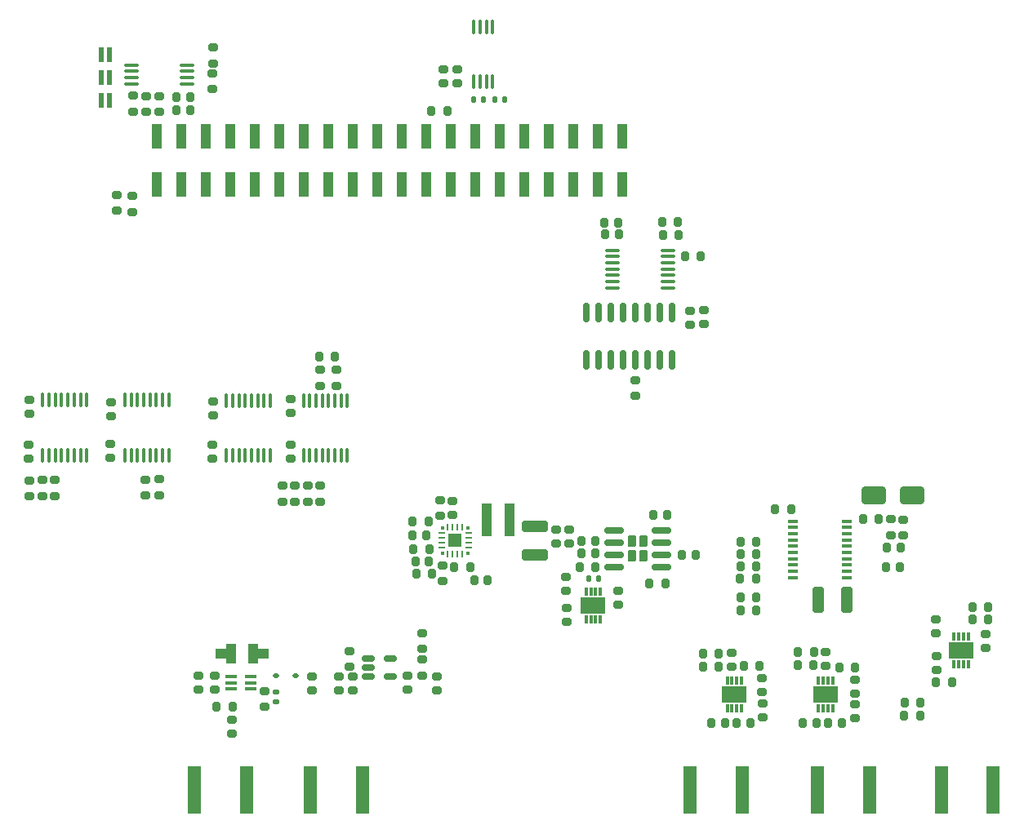
<source format=gbr>
%TF.GenerationSoftware,KiCad,Pcbnew,9.0.1*%
%TF.CreationDate,2025-06-02T14:00:06-06:00*%
%TF.ProjectId,PABA-DP,50414241-2d44-4502-9e6b-696361645f70,rev?*%
%TF.SameCoordinates,Original*%
%TF.FileFunction,Paste,Bot*%
%TF.FilePolarity,Positive*%
%FSLAX46Y46*%
G04 Gerber Fmt 4.6, Leading zero omitted, Abs format (unit mm)*
G04 Created by KiCad (PCBNEW 9.0.1) date 2025-06-02 14:00:06*
%MOMM*%
%LPD*%
G01*
G04 APERTURE LIST*
G04 Aperture macros list*
%AMRoundRect*
0 Rectangle with rounded corners*
0 $1 Rounding radius*
0 $2 $3 $4 $5 $6 $7 $8 $9 X,Y pos of 4 corners*
0 Add a 4 corners polygon primitive as box body*
4,1,4,$2,$3,$4,$5,$6,$7,$8,$9,$2,$3,0*
0 Add four circle primitives for the rounded corners*
1,1,$1+$1,$2,$3*
1,1,$1+$1,$4,$5*
1,1,$1+$1,$6,$7*
1,1,$1+$1,$8,$9*
0 Add four rect primitives between the rounded corners*
20,1,$1+$1,$2,$3,$4,$5,0*
20,1,$1+$1,$4,$5,$6,$7,0*
20,1,$1+$1,$6,$7,$8,$9,0*
20,1,$1+$1,$8,$9,$2,$3,0*%
%AMFreePoly0*
4,1,9,0.500000,-1.000000,-0.500000,-1.000000,-0.500000,-0.500000,-1.600000,-0.500000,-1.600000,0.500000,-0.500000,0.500000,-0.500000,1.000000,0.500000,1.000000,0.500000,-1.000000,0.500000,-1.000000,$1*%
%AMFreePoly1*
4,1,9,0.500000,0.500000,1.600000,0.500000,1.600000,-0.500000,0.500000,-0.500000,0.500000,-1.000000,-0.500000,-1.000000,-0.500000,1.000000,0.500000,1.000000,0.500000,0.500000,0.500000,0.500000,$1*%
G04 Aperture macros list end*
%ADD10RoundRect,0.100000X0.425000X0.100000X-0.425000X0.100000X-0.425000X-0.100000X0.425000X-0.100000X0*%
%ADD11R,0.980000X3.400000*%
%ADD12R,0.250000X0.700000*%
%ADD13R,0.700000X0.250000*%
%ADD14R,0.375000X0.375000*%
%ADD15R,1.450000X1.450000*%
%ADD16FreePoly0,0.000000*%
%ADD17FreePoly1,0.000000*%
%ADD18R,0.300000X0.850000*%
%ADD19R,2.540000X1.700000*%
%ADD20R,1.400000X5.000000*%
%ADD21RoundRect,0.200000X-0.275000X0.200000X-0.275000X-0.200000X0.275000X-0.200000X0.275000X0.200000X0*%
%ADD22R,0.609600X1.524000*%
%ADD23RoundRect,0.200000X-0.200000X-0.275000X0.200000X-0.275000X0.200000X0.275000X-0.200000X0.275000X0*%
%ADD24RoundRect,0.196250X0.278750X-0.196250X0.278750X0.196250X-0.278750X0.196250X-0.278750X-0.196250X0*%
%ADD25RoundRect,0.197500X0.277500X-0.197500X0.277500X0.197500X-0.277500X0.197500X-0.277500X-0.197500X0*%
%ADD26RoundRect,0.135000X0.185000X-0.135000X0.185000X0.135000X-0.185000X0.135000X-0.185000X-0.135000X0*%
%ADD27RoundRect,0.196250X0.196250X0.278750X-0.196250X0.278750X-0.196250X-0.278750X0.196250X-0.278750X0*%
%ADD28RoundRect,0.197500X0.197500X0.277500X-0.197500X0.277500X-0.197500X-0.277500X0.197500X-0.277500X0*%
%ADD29RoundRect,0.200000X0.200000X0.275000X-0.200000X0.275000X-0.200000X-0.275000X0.200000X-0.275000X0*%
%ADD30RoundRect,0.196250X-0.196250X-0.278750X0.196250X-0.278750X0.196250X0.278750X-0.196250X0.278750X0*%
%ADD31RoundRect,0.197500X-0.197500X-0.277500X0.197500X-0.277500X0.197500X0.277500X-0.197500X0.277500X0*%
%ADD32RoundRect,0.196250X-0.278750X0.196250X-0.278750X-0.196250X0.278750X-0.196250X0.278750X0.196250X0*%
%ADD33RoundRect,0.197500X-0.277500X0.197500X-0.277500X-0.197500X0.277500X-0.197500X0.277500X0.197500X0*%
%ADD34RoundRect,0.200000X0.275000X-0.200000X0.275000X0.200000X-0.275000X0.200000X-0.275000X-0.200000X0*%
%ADD35RoundRect,0.100000X-0.100000X0.637500X-0.100000X-0.637500X0.100000X-0.637500X0.100000X0.637500X0*%
%ADD36R,1.000000X2.500000*%
%ADD37RoundRect,0.250000X0.325000X1.100000X-0.325000X1.100000X-0.325000X-1.100000X0.325000X-1.100000X0*%
%ADD38RoundRect,0.250000X-1.000000X-0.650000X1.000000X-0.650000X1.000000X0.650000X-1.000000X0.650000X0*%
%ADD39RoundRect,0.135000X0.135000X0.185000X-0.135000X0.185000X-0.135000X-0.185000X0.135000X-0.185000X0*%
%ADD40RoundRect,0.100000X-0.637500X-0.100000X0.637500X-0.100000X0.637500X0.100000X-0.637500X0.100000X0*%
%ADD41RoundRect,0.135000X-0.135000X-0.185000X0.135000X-0.185000X0.135000X0.185000X-0.135000X0.185000X0*%
%ADD42RoundRect,0.150000X0.150000X-0.825000X0.150000X0.825000X-0.150000X0.825000X-0.150000X-0.825000X0*%
%ADD43RoundRect,0.100000X0.480000X0.100000X-0.480000X0.100000X-0.480000X-0.100000X0.480000X-0.100000X0*%
%ADD44RoundRect,0.150000X-0.512500X-0.150000X0.512500X-0.150000X0.512500X0.150000X-0.512500X0.150000X0*%
%ADD45RoundRect,0.250000X-1.100000X0.325000X-1.100000X-0.325000X1.100000X-0.325000X1.100000X0.325000X0*%
%ADD46RoundRect,0.100000X0.637500X0.100000X-0.637500X0.100000X-0.637500X-0.100000X0.637500X-0.100000X0*%
%ADD47RoundRect,0.230000X0.230000X0.375000X-0.230000X0.375000X-0.230000X-0.375000X0.230000X-0.375000X0*%
%ADD48RoundRect,0.150000X0.825000X0.150000X-0.825000X0.150000X-0.825000X-0.150000X0.825000X-0.150000X0*%
%ADD49RoundRect,0.112500X0.187500X0.112500X-0.187500X0.112500X-0.187500X-0.112500X0.187500X-0.112500X0*%
G04 APERTURE END LIST*
D10*
%TO.C,U36*%
X140463057Y-141347674D03*
X140463057Y-141997674D03*
X140463057Y-142647674D03*
X140463057Y-143297674D03*
X140463057Y-143947674D03*
X140463057Y-144597674D03*
X140463057Y-145247674D03*
X140463057Y-145897674D03*
X140463057Y-146547674D03*
X140463057Y-147197674D03*
X134913057Y-147197674D03*
X134913057Y-146547674D03*
X134913057Y-145897674D03*
X134913057Y-145247674D03*
X134913057Y-144597674D03*
X134913057Y-143947674D03*
X134913057Y-143297674D03*
X134913057Y-142647674D03*
X134913057Y-141997674D03*
X134913057Y-141347674D03*
%TD*%
D11*
%TO.C,L4*%
X103163660Y-141181770D03*
X105533660Y-141181770D03*
%TD*%
D12*
%TO.C,VR1*%
X99108664Y-141953167D03*
X99608664Y-141953167D03*
X100108664Y-141953167D03*
X100608664Y-141953167D03*
D13*
X101258664Y-142603167D03*
X101258664Y-143103167D03*
X101258664Y-143603167D03*
X101258664Y-144103167D03*
D12*
X100608664Y-144753167D03*
X100108664Y-144753167D03*
X99608664Y-144753167D03*
X99108664Y-144753167D03*
D13*
X98458664Y-144103167D03*
X98458664Y-143603167D03*
X98458664Y-143103167D03*
X98458664Y-142603167D03*
D14*
X98545664Y-144666167D03*
X98545664Y-142040167D03*
X101171664Y-142040167D03*
X101171664Y-144666167D03*
D15*
X99858664Y-143353167D03*
%TD*%
D16*
%TO.C,L1*%
X76627417Y-155072269D03*
D17*
X78927417Y-155072269D03*
%TD*%
D18*
%TO.C,U35*%
X129585954Y-160774855D03*
X129085954Y-160774855D03*
X128585954Y-160774855D03*
X128085954Y-160774855D03*
X128085954Y-157874855D03*
X128585954Y-157874855D03*
X129085954Y-157874855D03*
X129585954Y-157874855D03*
D19*
X128835954Y-159324855D03*
%TD*%
D18*
%TO.C,U29*%
X139058427Y-160789912D03*
X138558427Y-160789912D03*
X138058427Y-160789912D03*
X137558427Y-160789912D03*
X137558427Y-157889912D03*
X138058427Y-157889912D03*
X138558427Y-157889912D03*
X139058427Y-157889912D03*
D19*
X138308427Y-159339912D03*
%TD*%
D18*
%TO.C,U11*%
X151573025Y-153334455D03*
X152073025Y-153334455D03*
X152573025Y-153334455D03*
X153073025Y-153334455D03*
X153073025Y-156234455D03*
X152573025Y-156234455D03*
X152073025Y-156234455D03*
X151573025Y-156234455D03*
D19*
X152323025Y-154784455D03*
%TD*%
D18*
%TO.C,U28*%
X113448558Y-148673140D03*
X113948558Y-148673140D03*
X114448558Y-148673140D03*
X114948558Y-148673140D03*
X114948558Y-151573140D03*
X114448558Y-151573140D03*
X113948558Y-151573140D03*
X113448558Y-151573140D03*
D19*
X114198558Y-150123140D03*
%TD*%
D20*
%TO.C,EXT_LO1*%
X72841117Y-169242504D03*
X78241117Y-169242504D03*
%TD*%
%TO.C,TXIN1*%
X124210837Y-169242014D03*
X129610837Y-169242014D03*
%TD*%
%TO.C,LO_OUT1*%
X84848207Y-169242506D03*
X90248207Y-169242506D03*
%TD*%
%TO.C,OUT2*%
X137447547Y-169238003D03*
X142847547Y-169238003D03*
%TD*%
%TO.C,OUT1*%
X150283177Y-169242934D03*
X155683177Y-169242934D03*
%TD*%
D21*
%TO.C,R54*%
X96493684Y-152951487D03*
X96493684Y-154601487D03*
%TD*%
D22*
%TO.C,P8*%
X63211097Y-92916352D03*
X64023897Y-92916352D03*
%TD*%
D23*
%TO.C,R50*%
X135409812Y-156312375D03*
X137059812Y-156312375D03*
%TD*%
D24*
%TO.C,C141*%
X128528577Y-156479158D03*
D25*
X128528577Y-155041658D03*
%TD*%
D26*
%TO.C,R63*%
X81309918Y-160083964D03*
X81309918Y-159063964D03*
%TD*%
D23*
%TO.C,R91*%
X146430797Y-161556925D03*
X148080797Y-161556925D03*
%TD*%
D27*
%TO.C,C59*%
X116779463Y-110353486D03*
D28*
X115341963Y-110353486D03*
%TD*%
D21*
%TO.C,R21*%
X69191276Y-137008048D03*
X69191276Y-138658048D03*
%TD*%
%TO.C,R152*%
X98564575Y-145911959D03*
X98564575Y-147561959D03*
%TD*%
D29*
%TO.C,R148*%
X101436826Y-146112752D03*
X99786826Y-146112752D03*
%TD*%
D21*
%TO.C,R30*%
X69197396Y-97227206D03*
X69197396Y-98877206D03*
%TD*%
D24*
%TO.C,C2*%
X64189077Y-130428084D03*
D25*
X64189077Y-128990584D03*
%TD*%
D24*
%TO.C,C153*%
X55713609Y-130181192D03*
D25*
X55713609Y-128743692D03*
%TD*%
D23*
%TO.C,R100*%
X129451872Y-144754095D03*
X131101872Y-144754095D03*
%TD*%
D30*
%TO.C,C143*%
X129084497Y-162327273D03*
D31*
X130521997Y-162327273D03*
%TD*%
D21*
%TO.C,R6*%
X87550320Y-125652418D03*
X87550320Y-127302418D03*
%TD*%
D32*
%TO.C,C145*%
X149720943Y-151507530D03*
D33*
X149720943Y-152945030D03*
%TD*%
D34*
%TO.C,R162*%
X118560014Y-128357461D03*
X118560014Y-126707461D03*
%TD*%
D32*
%TO.C,C130*%
X131728594Y-160264997D03*
D33*
X131728594Y-161702497D03*
%TD*%
D21*
%TO.C,R8*%
X84588002Y-137692276D03*
X84588002Y-139342276D03*
%TD*%
D35*
%TO.C,U39*%
X57131424Y-128790340D03*
X57781424Y-128790340D03*
X58431424Y-128790340D03*
X59081424Y-128790340D03*
X59731424Y-128790340D03*
X60381424Y-128790340D03*
X61031424Y-128790340D03*
X61681424Y-128790340D03*
X61681424Y-134515340D03*
X61031424Y-134515340D03*
X60381424Y-134515340D03*
X59731424Y-134515340D03*
X59081424Y-134515340D03*
X58431424Y-134515340D03*
X57781424Y-134515340D03*
X57131424Y-134515340D03*
%TD*%
D21*
%TO.C,R25*%
X67742212Y-137023295D03*
X67742212Y-138673295D03*
%TD*%
D30*
%TO.C,C125*%
X123427391Y-144835672D03*
D31*
X124864891Y-144835672D03*
%TD*%
D34*
%TO.C,R1*%
X64783660Y-109152761D03*
X64783660Y-107502761D03*
%TD*%
D22*
%TO.C,P9*%
X63203852Y-95307375D03*
X64016652Y-95307375D03*
%TD*%
D21*
%TO.C,R23*%
X74753125Y-92197393D03*
X74753125Y-93847393D03*
%TD*%
%TO.C,R24*%
X88917505Y-154810997D03*
X88917505Y-156460997D03*
%TD*%
D36*
%TO.C,P2*%
X68977184Y-106438159D03*
X68977184Y-101398159D03*
X71517184Y-106438159D03*
X71517184Y-101398159D03*
X74057184Y-106438159D03*
X74057184Y-101398159D03*
X76597184Y-106438159D03*
X76597184Y-101398159D03*
X79137184Y-106438159D03*
X79137184Y-101398159D03*
X81677184Y-106438159D03*
X81677184Y-101398159D03*
X84217184Y-106438159D03*
X84217184Y-101398159D03*
X86757184Y-106438159D03*
X86757184Y-101398159D03*
X89297184Y-106438159D03*
X89297184Y-101398159D03*
X91837184Y-106438159D03*
X91837184Y-101398159D03*
X94377184Y-106438159D03*
X94377184Y-101398159D03*
X96917184Y-106438159D03*
X96917184Y-101398159D03*
X99457184Y-106438159D03*
X99457184Y-101398159D03*
X101997184Y-106438159D03*
X101997184Y-101398159D03*
X104537184Y-106438159D03*
X104537184Y-101398159D03*
X107077184Y-106438159D03*
X107077184Y-101398159D03*
X109617184Y-106438159D03*
X109617184Y-101398159D03*
X112157184Y-106438159D03*
X112157184Y-101398159D03*
X114697184Y-106438159D03*
X114697184Y-101398159D03*
X117237184Y-106438159D03*
X117237184Y-101398159D03*
%TD*%
D32*
%TO.C,C154*%
X55694398Y-133423632D03*
D33*
X55694398Y-134861132D03*
%TD*%
D23*
%TO.C,R92*%
X129473827Y-143491652D03*
X131123827Y-143491652D03*
%TD*%
D32*
%TO.C,C122*%
X111681982Y-142241128D03*
D33*
X111681982Y-143678628D03*
%TD*%
D32*
%TO.C,C126*%
X87805092Y-157423866D03*
D33*
X87805092Y-158861366D03*
%TD*%
D32*
%TO.C,C123*%
X85032598Y-157440943D03*
D33*
X85032598Y-158878443D03*
%TD*%
D29*
%TO.C,R99*%
X131108580Y-149260465D03*
X129458580Y-149260465D03*
%TD*%
D32*
%TO.C,C118*%
X73255266Y-157370738D03*
D33*
X73255266Y-158808238D03*
%TD*%
D23*
%TO.C,R15*%
X121406465Y-111665328D03*
X123056465Y-111665328D03*
%TD*%
D29*
%TO.C,R12*%
X155151575Y-150236143D03*
X153501575Y-150236143D03*
%TD*%
D24*
%TO.C,C1*%
X74808371Y-130369670D03*
D25*
X74808371Y-128932170D03*
%TD*%
D32*
%TO.C,C117*%
X74978088Y-157384631D03*
D33*
X74978088Y-158822131D03*
%TD*%
D27*
%TO.C,C14*%
X72415533Y-98679641D03*
D28*
X70978033Y-98679641D03*
%TD*%
D21*
%TO.C,R28*%
X57069654Y-137097247D03*
X57069654Y-138747247D03*
%TD*%
D30*
%TO.C,C137*%
X144665684Y-144045343D03*
D31*
X146103184Y-144045343D03*
%TD*%
D23*
%TO.C,R102*%
X129420768Y-147321061D03*
X131070768Y-147321061D03*
%TD*%
D24*
%TO.C,C163*%
X100090559Y-95871482D03*
D25*
X100090559Y-94433982D03*
%TD*%
D34*
%TO.C,R7*%
X85883377Y-139320321D03*
X85883377Y-137670321D03*
%TD*%
D23*
%TO.C,R29*%
X97411637Y-98786021D03*
X99061637Y-98786021D03*
%TD*%
D29*
%TO.C,R59*%
X143805885Y-141118550D03*
X142155885Y-141118550D03*
%TD*%
%TO.C,R10*%
X131466796Y-156386475D03*
X129816796Y-156386475D03*
%TD*%
D24*
%TO.C,C110*%
X82838116Y-130113630D03*
D25*
X82838116Y-128676130D03*
%TD*%
D29*
%TO.C,R17*%
X127201936Y-156453256D03*
X125551936Y-156453256D03*
%TD*%
D37*
%TO.C,C139*%
X140485595Y-149498545D03*
X137535595Y-149498545D03*
%TD*%
D38*
%TO.C,D1*%
X143295251Y-138674744D03*
X147295251Y-138674744D03*
%TD*%
D23*
%TO.C,R137*%
X133057061Y-140146643D03*
X134707061Y-140146643D03*
%TD*%
D32*
%TO.C,C140*%
X154882451Y-153101839D03*
D33*
X154882451Y-154539339D03*
%TD*%
D29*
%TO.C,R18*%
X127223892Y-155092014D03*
X125573892Y-155092014D03*
%TD*%
D32*
%TO.C,C144*%
X116755004Y-148590541D03*
D33*
X116755004Y-150028041D03*
%TD*%
D21*
%TO.C,R27*%
X58353137Y-137074834D03*
X58353137Y-138724834D03*
%TD*%
D32*
%TO.C,C170*%
X141302611Y-160337687D03*
D33*
X141302611Y-161775187D03*
%TD*%
D21*
%TO.C,R32*%
X66478006Y-97216542D03*
X66478006Y-98866542D03*
%TD*%
D32*
%TO.C,C3*%
X64134188Y-133307344D03*
D33*
X64134188Y-134744844D03*
%TD*%
D34*
%TO.C,R60*%
X145044703Y-142812014D03*
X145044703Y-141162014D03*
%TD*%
%TO.C,R26*%
X74710468Y-96513461D03*
X74710468Y-94863461D03*
%TD*%
D32*
%TO.C,C148*%
X141302611Y-157768891D03*
D33*
X141302611Y-159206391D03*
%TD*%
D39*
%TO.C,R3*%
X105038229Y-97638832D03*
X104018229Y-97638832D03*
%TD*%
D21*
%TO.C,R53*%
X96435136Y-155703245D03*
X96435136Y-157353245D03*
%TD*%
D40*
%TO.C,U4*%
X66323208Y-95979614D03*
X66323208Y-95329614D03*
X66323208Y-94679614D03*
X66323208Y-94029614D03*
X72048208Y-94029614D03*
X72048208Y-94679614D03*
X72048208Y-95329614D03*
X72048208Y-95979614D03*
%TD*%
D23*
%TO.C,R164*%
X146466345Y-160170569D03*
X148116345Y-160170569D03*
%TD*%
D27*
%TO.C,C13*%
X72408423Y-97343052D03*
D28*
X70970923Y-97343052D03*
%TD*%
D22*
%TO.C,P10*%
X63227400Y-97684812D03*
X64040200Y-97684812D03*
%TD*%
D32*
%TO.C,C121*%
X76712981Y-161913770D03*
D33*
X76712981Y-163351270D03*
%TD*%
D21*
%TO.C,R138*%
X55748664Y-137138414D03*
X55748664Y-138788414D03*
%TD*%
D41*
%TO.C,R143*%
X113711719Y-147338329D03*
X114731719Y-147338329D03*
%TD*%
D32*
%TO.C,C124*%
X110375629Y-142252106D03*
D33*
X110375629Y-143689606D03*
%TD*%
D24*
%TO.C,C164*%
X98698871Y-95871482D03*
D25*
X98698871Y-94433982D03*
%TD*%
D29*
%TO.C,R153*%
X97197073Y-144224272D03*
X95547073Y-144224272D03*
%TD*%
D24*
%TO.C,C172*%
X138305949Y-156327299D03*
D25*
X138305949Y-154889799D03*
%TD*%
D24*
%TO.C,C66*%
X149763600Y-156818993D03*
D25*
X149763600Y-155381493D03*
%TD*%
D32*
%TO.C,C173*%
X94935147Y-157374771D03*
D33*
X94935147Y-158812271D03*
%TD*%
D23*
%TO.C,R156*%
X120019244Y-147836718D03*
X121669244Y-147836718D03*
%TD*%
D24*
%TO.C,C68*%
X111456862Y-151783355D03*
D25*
X111456862Y-150345855D03*
%TD*%
D35*
%TO.C,U40*%
X101820729Y-90028879D03*
X102470729Y-90028879D03*
X103120729Y-90028879D03*
X103770729Y-90028879D03*
X103770729Y-95753879D03*
X103120729Y-95753879D03*
X102470729Y-95753879D03*
X101820729Y-95753879D03*
%TD*%
D21*
%TO.C,R149*%
X98320648Y-139163792D03*
X98320648Y-140813792D03*
%TD*%
D30*
%TO.C,C171*%
X135939994Y-162272193D03*
D31*
X137377494Y-162272193D03*
%TD*%
D42*
%TO.C,U38*%
X122368304Y-124617381D03*
X121098304Y-124617381D03*
X119828304Y-124617381D03*
X118558304Y-124617381D03*
X117288304Y-124617381D03*
X116018304Y-124617381D03*
X114748304Y-124617381D03*
X113478304Y-124617381D03*
X113478304Y-119667381D03*
X114748304Y-119667381D03*
X116018304Y-119667381D03*
X117288304Y-119667381D03*
X118558304Y-119667381D03*
X119828304Y-119667381D03*
X121098304Y-119667381D03*
X122368304Y-119667381D03*
%TD*%
D23*
%TO.C,R151*%
X95843472Y-146796727D03*
X97493472Y-146796727D03*
%TD*%
D21*
%TO.C,R94*%
X85846022Y-125649673D03*
X85846022Y-127299673D03*
%TD*%
D29*
%TO.C,R161*%
X125367283Y-113855392D03*
X123717283Y-113855392D03*
%TD*%
D23*
%TO.C,R57*%
X75163448Y-160605873D03*
X76813448Y-160605873D03*
%TD*%
%TO.C,R11*%
X153497576Y-151577278D03*
X155147576Y-151577278D03*
%TD*%
D21*
%TO.C,R31*%
X67832369Y-97227206D03*
X67832369Y-98877206D03*
%TD*%
D32*
%TO.C,C146*%
X89232201Y-157429355D03*
D33*
X89232201Y-158866855D03*
%TD*%
D24*
%TO.C,C48*%
X99603681Y-140720887D03*
D25*
X99603681Y-139283387D03*
%TD*%
D34*
%TO.C,R2*%
X66439776Y-109247113D03*
X66439776Y-107597113D03*
%TD*%
D21*
%TO.C,R61*%
X146371183Y-141172991D03*
X146371183Y-142822991D03*
%TD*%
D27*
%TO.C,C119*%
X97181054Y-145508670D03*
D28*
X95743554Y-145508670D03*
%TD*%
D29*
%TO.C,R98*%
X131097603Y-150566819D03*
X129447603Y-150566819D03*
%TD*%
D32*
%TO.C,C152*%
X124227282Y-119503773D03*
D33*
X124227282Y-120941273D03*
%TD*%
D32*
%TO.C,C151*%
X125696930Y-119483189D03*
D33*
X125696930Y-120920689D03*
%TD*%
D23*
%TO.C,R5*%
X85786721Y-124281866D03*
X87436721Y-124281866D03*
%TD*%
%TO.C,R160*%
X95457421Y-141404817D03*
X97107421Y-141404817D03*
%TD*%
%TO.C,R9*%
X149749085Y-158063719D03*
X151399085Y-158063719D03*
%TD*%
D27*
%TO.C,C127*%
X114414116Y-143378407D03*
D28*
X112976616Y-143378407D03*
%TD*%
D43*
%TO.C,U30*%
X78718046Y-157474899D03*
X78718046Y-158124899D03*
X78718046Y-158774899D03*
X76618046Y-158774899D03*
X76618046Y-158124899D03*
X76618046Y-157474899D03*
%TD*%
D23*
%TO.C,R16*%
X121325961Y-110333360D03*
X122975961Y-110333360D03*
%TD*%
D34*
%TO.C,R13*%
X83237737Y-139342276D03*
X83237737Y-137692276D03*
%TD*%
D32*
%TO.C,C175*%
X98003126Y-157428135D03*
D33*
X98003126Y-158865635D03*
%TD*%
D21*
%TO.C,R14*%
X81964317Y-137681298D03*
X81964317Y-139331298D03*
%TD*%
D32*
%TO.C,C147*%
X111348914Y-147127755D03*
D33*
X111348914Y-148565255D03*
%TD*%
D44*
%TO.C,U32*%
X90850119Y-157469707D03*
X90850119Y-156519707D03*
X90850119Y-155569707D03*
X93125119Y-155569707D03*
X93125119Y-157469707D03*
%TD*%
D35*
%TO.C,U1*%
X76177682Y-128812323D03*
X76827682Y-128812323D03*
X77477682Y-128812323D03*
X78127682Y-128812323D03*
X78777682Y-128812323D03*
X79427682Y-128812323D03*
X80077682Y-128812323D03*
X80727682Y-128812323D03*
X80727682Y-134537323D03*
X80077682Y-134537323D03*
X79427682Y-134537323D03*
X78777682Y-134537323D03*
X78127682Y-134537323D03*
X77477682Y-134537323D03*
X76827682Y-134537323D03*
X76177682Y-134537323D03*
%TD*%
D29*
%TO.C,R51*%
X137067131Y-154914540D03*
X135417131Y-154914540D03*
%TD*%
D27*
%TO.C,C128*%
X114399479Y-144688420D03*
D28*
X112961979Y-144688420D03*
%TD*%
D32*
%TO.C,C6*%
X74679077Y-133396215D03*
D33*
X74679077Y-134833715D03*
%TD*%
D21*
%TO.C,R58*%
X80091386Y-158946563D03*
X80091386Y-160596563D03*
%TD*%
D45*
%TO.C,C120*%
X108161780Y-141912065D03*
X108161780Y-144862065D03*
%TD*%
D46*
%TO.C,U37*%
X121915903Y-113236445D03*
X121915903Y-113886445D03*
X121915903Y-114536445D03*
X121915903Y-115186445D03*
X121915903Y-115836445D03*
X121915903Y-116486445D03*
X121915903Y-117136445D03*
X116190903Y-117136445D03*
X116190903Y-116486445D03*
X116190903Y-115836445D03*
X116190903Y-115186445D03*
X116190903Y-114536445D03*
X116190903Y-113886445D03*
X116190903Y-113236445D03*
%TD*%
D32*
%TO.C,C114*%
X131662727Y-157663268D03*
D33*
X131662727Y-159100768D03*
%TD*%
D30*
%TO.C,C135*%
X126438857Y-162305317D03*
D31*
X127876357Y-162305317D03*
%TD*%
D30*
%TO.C,C138*%
X144517485Y-146120140D03*
D31*
X145954985Y-146120140D03*
%TD*%
D30*
%TO.C,C174*%
X138541151Y-162323156D03*
D31*
X139978651Y-162323156D03*
%TD*%
D35*
%TO.C,U27*%
X84143924Y-128804654D03*
X84793924Y-128804654D03*
X85443924Y-128804654D03*
X86093924Y-128804654D03*
X86743924Y-128804654D03*
X87393924Y-128804654D03*
X88043924Y-128804654D03*
X88693924Y-128804654D03*
X88693924Y-134529654D03*
X88043924Y-134529654D03*
X87393924Y-134529654D03*
X86743924Y-134529654D03*
X86093924Y-134529654D03*
X85443924Y-134529654D03*
X84793924Y-134529654D03*
X84143924Y-134529654D03*
%TD*%
D29*
%TO.C,R139*%
X114430135Y-146152121D03*
X112780135Y-146152121D03*
%TD*%
D32*
%TO.C,C112*%
X82848027Y-133400439D03*
D33*
X82848027Y-134837939D03*
%TD*%
D47*
%TO.C,U31*%
X119390677Y-144928379D03*
X119390677Y-143428379D03*
X118250677Y-144928379D03*
X118250677Y-143428379D03*
D48*
X121295677Y-142273379D03*
X121295677Y-143543379D03*
X121295677Y-144813379D03*
X121295677Y-146083379D03*
X116345677Y-146083379D03*
X116345677Y-144813379D03*
X116345677Y-143543379D03*
X116345677Y-142273379D03*
%TD*%
D29*
%TO.C,R19*%
X141363094Y-156524612D03*
X139713094Y-156524612D03*
%TD*%
D27*
%TO.C,C129*%
X121868207Y-140672357D03*
D28*
X120430707Y-140672357D03*
%TD*%
D41*
%TO.C,R4*%
X101769104Y-97593212D03*
X102789104Y-97593212D03*
%TD*%
D27*
%TO.C,C116*%
X96917588Y-142853882D03*
D28*
X95480088Y-142853882D03*
%TD*%
D27*
%TO.C,C150*%
X116834352Y-111615928D03*
D28*
X115396852Y-111615928D03*
%TD*%
D49*
%TO.C,D2*%
X83369871Y-157400367D03*
X81269871Y-157400367D03*
%TD*%
D35*
%TO.C,U2*%
X65652653Y-128776646D03*
X66302653Y-128776646D03*
X66952653Y-128776646D03*
X67602653Y-128776646D03*
X68252653Y-128776646D03*
X68902653Y-128776646D03*
X69552653Y-128776646D03*
X70202653Y-128776646D03*
X70202653Y-134501646D03*
X69552653Y-134501646D03*
X68902653Y-134501646D03*
X68252653Y-134501646D03*
X67602653Y-134501646D03*
X66952653Y-134501646D03*
X66302653Y-134501646D03*
X65652653Y-134501646D03*
%TD*%
D30*
%TO.C,C115*%
X101839829Y-147506927D03*
D31*
X103277329Y-147506927D03*
%TD*%
D29*
%TO.C,R101*%
X131090894Y-146056789D03*
X129440894Y-146056789D03*
%TD*%
M02*

</source>
